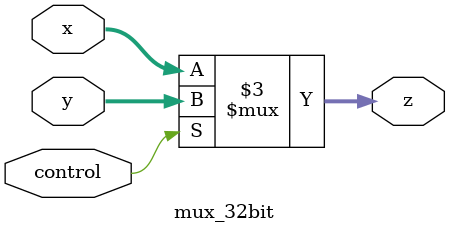
<source format=v>
`timescale 1ns / 1ps


module mux_5bit(x,y,control,z);
    input [4:0] x,y;//5bit input
    output reg [4:0] z;
    input control;//control=1,choose y
    always @* begin
        if(control)//control = 1
            z = y;
        else
            z = x;
    end
endmodule

module mux_32bit(x,y,control,z);
    input [31:0] x,y;//32bit input
    output reg [31:0] z;
    input control;//control=1,choose y
    always @* begin
        if(control)//control = 1
            z = y;
        else
            z = x;
    end
endmodule

</source>
